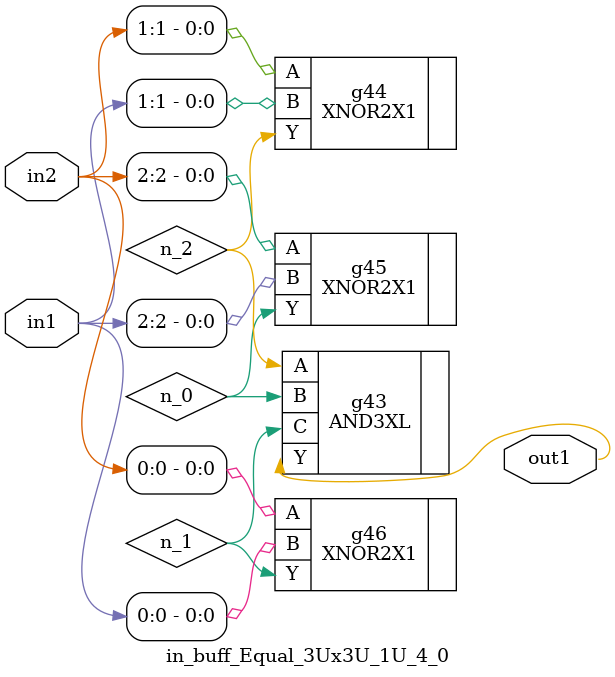
<source format=v>
`timescale 1ps / 1ps


module in_buff_Equal_3Ux3U_1U_4_0(in2, in1, out1);
  input [2:0] in2, in1;
  output out1;
  wire [2:0] in2, in1;
  wire out1;
  wire n_0, n_1, n_2;
  AND3XL g43(.A (n_2), .B (n_0), .C (n_1), .Y (out1));
  XNOR2X1 g44(.A (in2[1]), .B (in1[1]), .Y (n_2));
  XNOR2X1 g46(.A (in2[0]), .B (in1[0]), .Y (n_1));
  XNOR2X1 g45(.A (in2[2]), .B (in1[2]), .Y (n_0));
endmodule



</source>
